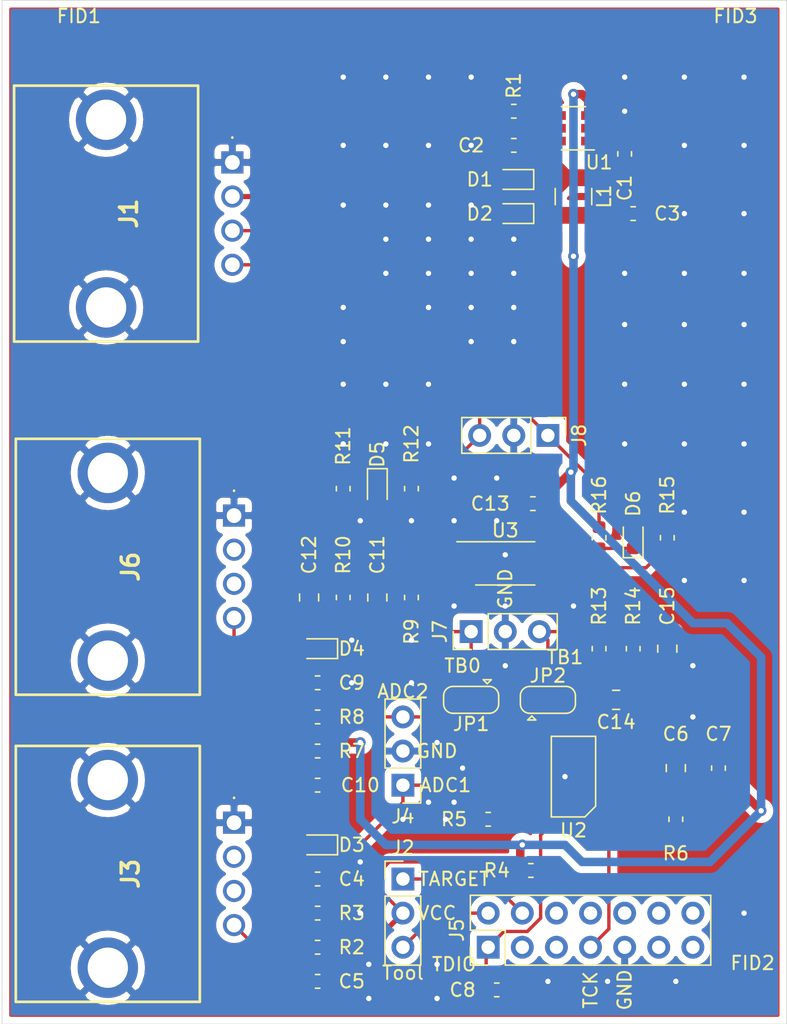
<source format=kicad_pcb>
(kicad_pcb (version 20171130) (host pcbnew "(5.1.6)-1")
  (layers (0 F.Cu signal) (31 B.Cu signal) (34 B.Paste user) (35 F.Paste user) (36 B.SilkS user) (37 F.SilkS user) (38 B.Mask user) (39 F.Mask user) (44 Edge.Cuts user))
  (net 0 "")
  (net 1 "Net-(C1-Pad2)")
  (net 2 "Net-(C1-Pad1)")
  (net 3 GND)
  (net 4 "Net-(C2-Pad1)")
  (net 5 VCC)
  (net 6 /adc1)
  (net 7 /input1)
  (net 8 "Net-(C8-Pad1)")
  (net 9 /adc2)
  (net 10 /input2)
  (net 11 "Net-(C11-Pad2)")
  (net 12 "Net-(C12-Pad2)")
  (net 13 "Net-(C14-Pad2)")
  (net 14 "Net-(C15-Pad2)")
  (net 15 "Net-(D1-Pad2)")
  (net 16 "Net-(D5-Pad1)")
  (net 17 "Net-(D6-Pad1)")
  (net 18 "Net-(J2-Pad3)")
  (net 19 "Net-(J2-Pad1)")
  (net 20 "Net-(J5-Pad14)")
  (net 21 "Net-(J5-Pad13)")
  (net 22 "Net-(J5-Pad12)")
  (net 23 "Net-(J5-Pad11)")
  (net 24 "Net-(J5-Pad10)")
  (net 25 "Net-(J5-Pad8)")
  (net 26 "Net-(J5-Pad7)")
  (net 27 "Net-(J5-Pad6)")
  (net 28 "Net-(J5-Pad5)")
  (net 29 "Net-(J5-Pad3)")
  (net 30 /tb1)
  (net 31 /tb0)
  (net 32 "Net-(J1-Pad4)")
  (net 33 "Net-(J1-Pad3)")
  (net 34 "Net-(JP1-Pad3)")
  (net 35 "Net-(JP1-Pad1)")
  (net 36 "Net-(JP2-Pad3)")
  (net 37 "Net-(JP2-Pad1)")
  (net 38 "Net-(R1-Pad2)")
  (net 39 "Net-(R5-Pad2)")
  (net 40 "Net-(R6-Pad2)")
  (net 41 "Net-(R11-Pad2)")
  (net 42 "Net-(R15-Pad2)")
  (net 43 "Net-(J3-Pad3)")
  (net 44 "Net-(J3-Pad2)")
  (net 45 "Net-(J6-Pad3)")
  (net 46 "Net-(J6-Pad2)")
  (net 47 "Net-(U2-Pad8)")
  (net 48 "Net-(U2-Pad7)")
  (net 49 "Net-(U2-Pad13)")
  (net 50 "Net-(U2-Pad1)")
  (module Inductor_SMD:L_1210_3225Metric (layer F.Cu) (at 104.775 122.555 270)
    (fp_text reference L1 (at 0 -2.28 90) (layer F.SilkS))
    (fp_text value 6.8u)
    (pad 2 smd roundrect (at 1.4 0 270) (size 1.25 2.65) (layers F.Cu F.Paste F.Mask) (roundrect_rratio 0.2) (net 5 VCC))
    (pad 1 smd roundrect (at -1.4 0 270) (size 1.25 2.65) (layers F.Cu F.Paste F.Mask) (roundrect_rratio 0.2) (net 1 "Net-(C1-Pad2)"))
  )
  (module S04B1HCMKS:S04B1HCMKS (layer F.Cu) (at 79.502 146.304 270)
    (fp_text reference J6 (at 3.81 7.712 90) (layer F.SilkS) (effects (font (size 1.27 1.27) (thickness 0.254))))
    (fp_text value S04B1-HCMKS hide)
    (pad MH2 thru_hole circle (at 10.795 9.4 270) (size 4.5 4.5) (drill 3) (layers *.Cu *.Mask) (net 3 GND))
    (pad MH1 thru_hole circle (at -3.175 9.4 270) (size 4.5 4.5) (drill 3) (layers *.Cu *.Mask) (net 3 GND))
    (pad 4 thru_hole circle (at 7.62 0 270) (size 1.65 1.65) (drill 1.1) (layers *.Cu *.Mask) (net 10 /input2))
    (pad 3 thru_hole circle (at 5.08 0 270) (size 1.65 1.65) (drill 1.1) (layers *.Cu *.Mask) (net 45 "Net-(J6-Pad3)"))
    (pad 2 thru_hole circle (at 2.54 0 270) (size 1.65 1.65) (drill 1.1) (layers *.Cu *.Mask) (net 46 "Net-(J6-Pad2)"))
    (pad 1 thru_hole rect (at 0 0 270) (size 1.65 1.65) (drill 1.1) (layers *.Cu *.Mask) (net 3 GND))
  )
  (module S04B1HCMKS:S04B1HCMKS (layer F.Cu) (at 79.502 169.164 270)
    (fp_text reference J3 (at 3.81 7.712 90) (layer F.SilkS) (effects (font (size 1.27 1.27) (thickness 0.254))))
    (fp_text value S04B1-HCMKS hide)
    (pad MH2 thru_hole circle (at 10.795 9.4 270) (size 4.5 4.5) (drill 3) (layers *.Cu *.Mask) (net 3 GND))
    (pad MH1 thru_hole circle (at -3.175 9.4 270) (size 4.5 4.5) (drill 3) (layers *.Cu *.Mask) (net 3 GND))
    (pad 4 thru_hole circle (at 7.62 0 270) (size 1.65 1.65) (drill 1.1) (layers *.Cu *.Mask) (net 7 /input1))
    (pad 3 thru_hole circle (at 5.08 0 270) (size 1.65 1.65) (drill 1.1) (layers *.Cu *.Mask) (net 43 "Net-(J3-Pad3)"))
    (pad 2 thru_hole circle (at 2.54 0 270) (size 1.65 1.65) (drill 1.1) (layers *.Cu *.Mask) (net 44 "Net-(J3-Pad2)"))
    (pad 1 thru_hole rect (at 0 0 270) (size 1.65 1.65) (drill 1.1) (layers *.Cu *.Mask) (net 3 GND))
  )
  (module S04B1HCMKS:S04B1HCMKS (layer F.Cu) (at 79.375 120.015 270)
    (fp_text reference J1 (at 3.81 7.712 90) (layer F.SilkS) (effects (font (size 1.27 1.27) (thickness 0.254))))
    (fp_text value S04B1-HCMKS hide)
    (pad MH2 thru_hole circle (at 10.795 9.4 270) (size 4.5 4.5) (drill 3) (layers *.Cu *.Mask) (net 3 GND))
    (pad MH1 thru_hole circle (at -3.175 9.4 270) (size 4.5 4.5) (drill 3) (layers *.Cu *.Mask) (net 3 GND))
    (pad 4 thru_hole circle (at 7.62 0 270) (size 1.65 1.65) (drill 1.1) (layers *.Cu *.Mask) (net 32 "Net-(J1-Pad4)"))
    (pad 3 thru_hole circle (at 5.08 0 270) (size 1.65 1.65) (drill 1.1) (layers *.Cu *.Mask) (net 33 "Net-(J1-Pad3)"))
    (pad 2 thru_hole circle (at 2.54 0 270) (size 1.65 1.65) (drill 1.1) (layers *.Cu *.Mask) (net 15 "Net-(D1-Pad2)"))
    (pad 1 thru_hole rect (at 0 0 270) (size 1.65 1.65) (drill 1.1) (layers *.Cu *.Mask) (net 3 GND))
  )
  (module Fiducial:Fiducial_1mm_Mask2mm (layer F.Cu) (at 116.84 111.125)
    (fp_text reference FID3 (at 0 -2) (layer F.SilkS))
    (fp_text value Fiducial)
    (pad "" smd circle (at 0 0) (size 1 1) (layers F.Cu F.Mask) (clearance 0.5))
  )
  (module Fiducial:Fiducial_1mm_Mask2mm (layer F.Cu) (at 118.11 181.61)
    (fp_text reference FID2 (at 0 -2) (layer F.SilkS))
    (fp_text value Fiducial)
    (pad "" smd circle (at 0 0) (size 1 1) (layers F.Cu F.Mask) (clearance 0.5))
  )
  (module Fiducial:Fiducial_1mm_Mask2mm (layer F.Cu) (at 67.945 111.125)
    (fp_text reference FID1 (at 0 -2) (layer F.SilkS))
    (fp_text value Fiducial)
    (pad "" smd circle (at 0 0) (size 1 1) (layers F.Cu F.Mask) (clearance 0.5))
  )
  (module Resistor_SMD:R_0603_1608Metric (layer F.Cu) (at 106.68 147.955 270)
    (fp_text reference R16 (at -3.175 0 90) (layer F.SilkS))
    (fp_text value 100)
    (pad 2 smd roundrect (at 0.7875 0 270) (size 0.875 0.95) (layers F.Cu F.Paste F.Mask) (net 17 "Net-(D6-Pad1)"))
    (pad 1 smd roundrect (at -0.7875 0 270) (size 0.875 0.95) (layers F.Cu F.Paste F.Mask) (net 33 "Net-(J1-Pad3)"))
  )
  (module Package_SO:TSSOP-8_4.4x3mm_P0.65mm (layer F.Cu) (at 99.695 149.86)
    (fp_text reference U3 (at 0 -2.45) (layer F.SilkS))
    (fp_text value LMV358)
    (pad 8 smd roundrect (at 2.8625 -0.975) (size 1.475 0.4) (layers F.Cu F.Paste F.Mask) (net 5 VCC))
    (pad 7 smd roundrect (at 2.8625 -0.325) (size 1.475 0.4) (layers F.Cu F.Paste F.Mask) (net 42 "Net-(R15-Pad2)"))
    (pad 6 smd roundrect (at 2.8625 0.325) (size 1.475 0.4) (layers F.Cu F.Paste F.Mask) (net 42 "Net-(R15-Pad2)"))
    (pad 5 smd roundrect (at 2.8625 0.975) (size 1.475 0.4) (layers F.Cu F.Paste F.Mask) (net 14 "Net-(C15-Pad2)"))
    (pad 4 smd roundrect (at -2.8625 0.975) (size 1.475 0.4) (layers F.Cu F.Paste F.Mask) (net 3 GND))
    (pad 3 smd roundrect (at -2.8625 0.325) (size 1.475 0.4) (layers F.Cu F.Paste F.Mask) (net 12 "Net-(C12-Pad2)"))
    (pad 2 smd roundrect (at -2.8625 -0.325) (size 1.475 0.4) (layers F.Cu F.Paste F.Mask) (net 41 "Net-(R11-Pad2)"))
    (pad 1 smd roundrect (at -2.8625 -0.975) (size 1.475 0.4) (layers F.Cu F.Paste F.Mask) (net 41 "Net-(R11-Pad2)"))
  )
  (module S04B1HCMKS:SOIC-16 (layer F.Cu) (at 104.775 165.735 90)
    (fp_text reference U2 (at -4 0) (layer F.SilkS))
    (fp_text value msp430fr2111IPW16R)
    (pad 8 smd rect (at 2.275 2.9 90) (size 0.45 1.5) (layers F.Cu F.Paste F.Mask) (net 47 "Net-(U2-Pad8)"))
    (pad 9 smd rect (at 2.275 -2.9 90) (size 0.45 1.5) (layers F.Cu F.Paste F.Mask) (net 37 "Net-(JP2-Pad1)"))
    (pad 7 smd rect (at 1.625 2.9 90) (size 0.45 1.5) (layers F.Cu F.Paste F.Mask) (net 48 "Net-(U2-Pad7)"))
    (pad 10 smd rect (at 1.625 -2.9 90) (size 0.45 1.5) (layers F.Cu F.Paste F.Mask) (net 35 "Net-(JP1-Pad1)"))
    (pad 6 smd rect (at 0.975 2.9 90) (size 0.45 1.5) (layers F.Cu F.Paste F.Mask) (net 3 GND))
    (pad 11 smd rect (at 0.975 -2.9 90) (size 0.45 1.5) (layers F.Cu F.Paste F.Mask) (net 36 "Net-(JP2-Pad3)"))
    (pad 5 smd rect (at 0.325 2.9 90) (size 0.45 1.5) (layers F.Cu F.Paste F.Mask) (net 5 VCC))
    (pad 12 smd rect (at 0.325 -2.9 90) (size 0.45 1.5) (layers F.Cu F.Paste F.Mask) (net 34 "Net-(JP1-Pad3)"))
    (pad 4 smd rect (at -0.325 2.9 90) (size 0.45 1.5) (layers F.Cu F.Paste F.Mask) (net 8 "Net-(C8-Pad1)"))
    (pad 13 smd rect (at -0.325 -2.9 90) (size 0.45 1.5) (layers F.Cu F.Paste F.Mask) (net 49 "Net-(U2-Pad13)"))
    (pad 3 smd rect (at -0.975 2.9 90) (size 0.45 1.5) (layers F.Cu F.Paste F.Mask) (net 26 "Net-(J5-Pad7)"))
    (pad 14 smd rect (at -0.975 -2.9 90) (size 0.45 1.5) (layers F.Cu F.Paste F.Mask) (net 9 /adc2))
    (pad 2 smd rect (at -1.625 2.9 90) (size 0.45 1.5) (layers F.Cu F.Paste F.Mask) (net 40 "Net-(R6-Pad2)"))
    (pad 15 smd rect (at -1.625 -2.9 90) (size 0.45 1.5) (layers F.Cu F.Paste F.Mask) (net 6 /adc1))
    (pad 1 smd rect (at -2.275 2.9 90) (size 0.45 1.5) (layers F.Cu F.Paste F.Mask) (net 50 "Net-(U2-Pad1)"))
    (pad 16 smd rect (at -2.275 -2.9 90) (size 0.45 1.5) (layers F.Cu F.Paste F.Mask) (net 39 "Net-(R5-Pad2)"))
  )
  (module Package_TO_SOT_SMD:SOT-23-6 (layer F.Cu) (at 104.775 117.475 180)
    (fp_text reference U1 (at -1.905 -2.54) (layer F.SilkS))
    (fp_text value LMR16006YQ3)
    (pad 5 smd rect (at 1.1 0 180) (size 1.06 0.65) (layers F.Cu F.Paste F.Mask) (net 4 "Net-(C2-Pad1)"))
    (pad 6 smd rect (at 1.1 -0.95 180) (size 1.06 0.65) (layers F.Cu F.Paste F.Mask) (net 1 "Net-(C1-Pad2)"))
    (pad 4 smd rect (at 1.1 0.95 180) (size 1.06 0.65) (layers F.Cu F.Paste F.Mask) (net 38 "Net-(R1-Pad2)"))
    (pad 3 smd rect (at -1.1 0.95 180) (size 1.06 0.65) (layers F.Cu F.Paste F.Mask) (net 5 VCC))
    (pad 2 smd rect (at -1.1 0 180) (size 1.06 0.65) (layers F.Cu F.Paste F.Mask) (net 3 GND))
    (pad 1 smd rect (at -1.1 -0.95 180) (size 1.06 0.65) (layers F.Cu F.Paste F.Mask) (net 2 "Net-(C1-Pad1)"))
  )
  (module Resistor_SMD:R_0603_1608Metric (layer F.Cu) (at 111.76 147.955 270)
    (fp_text reference R15 (at -3.175 0 90) (layer F.SilkS))
    (fp_text value 100)
    (pad 2 smd roundrect (at 0.7875 0 270) (size 0.875 0.95) (layers F.Cu F.Paste F.Mask) (net 42 "Net-(R15-Pad2)"))
    (pad 1 smd roundrect (at -0.7875 0 270) (size 0.875 0.95) (layers F.Cu F.Paste F.Mask) (net 17 "Net-(D6-Pad1)"))
  )
  (module Resistor_SMD:R_0603_1608Metric (layer F.Cu) (at 109.22 156.21 270)
    (fp_text reference R14 (at -3.175 0 90) (layer F.SilkS))
    (fp_text value 500)
    (pad 2 smd roundrect (at 0.7875 0 270) (size 0.875 0.95) (layers F.Cu F.Paste F.Mask) (net 13 "Net-(C14-Pad2)"))
    (pad 1 smd roundrect (at -0.7875 0 270) (size 0.875 0.95) (layers F.Cu F.Paste F.Mask) (net 14 "Net-(C15-Pad2)"))
  )
  (module Resistor_SMD:R_0603_1608Metric (layer F.Cu) (at 106.68 156.21 90)
    (fp_text reference R13 (at 3.175 0 270) (layer F.SilkS))
    (fp_text value 500)
    (pad 2 smd roundrect (at 0.7875 0 90) (size 0.875 0.95) (layers F.Cu F.Paste F.Mask) (net 30 /tb1))
    (pad 1 smd roundrect (at -0.7875 0 90) (size 0.875 0.95) (layers F.Cu F.Paste F.Mask) (net 13 "Net-(C14-Pad2)"))
  )
  (module Resistor_SMD:R_0603_1608Metric (layer F.Cu) (at 92.71 144.2975 270)
    (fp_text reference R12 (at -3.3275 0 90) (layer F.SilkS))
    (fp_text value 100)
    (pad 2 smd roundrect (at 0.7875 0 270) (size 0.875 0.95) (layers F.Cu F.Paste F.Mask) (net 16 "Net-(D5-Pad1)"))
    (pad 1 smd roundrect (at -0.7875 0 270) (size 0.875 0.95) (layers F.Cu F.Paste F.Mask) (net 32 "Net-(J1-Pad4)"))
  )
  (module Resistor_SMD:R_0603_1608Metric (layer F.Cu) (at 87.63 144.2975 270)
    (fp_text reference R11 (at -3.175 0 90) (layer F.SilkS))
    (fp_text value 100)
    (pad 2 smd roundrect (at 0.7875 0 270) (size 0.875 0.95) (layers F.Cu F.Paste F.Mask) (net 41 "Net-(R11-Pad2)"))
    (pad 1 smd roundrect (at -0.7875 0 270) (size 0.875 0.95) (layers F.Cu F.Paste F.Mask) (net 16 "Net-(D5-Pad1)"))
  )
  (module Resistor_SMD:R_0603_1608Metric (layer F.Cu) (at 87.63 152.4 270)
    (fp_text reference R10 (at -3.175 0 270) (layer F.SilkS))
    (fp_text value 500)
    (pad 2 smd roundrect (at 0.7875 0 270) (size 0.875 0.95) (layers F.Cu F.Paste F.Mask) (net 11 "Net-(C11-Pad2)"))
    (pad 1 smd roundrect (at -0.7875 0 270) (size 0.875 0.95) (layers F.Cu F.Paste F.Mask) (net 12 "Net-(C12-Pad2)"))
  )
  (module Resistor_SMD:R_0603_1608Metric (layer F.Cu) (at 92.71 152.4 270)
    (fp_text reference R9 (at 2.54 0 270) (layer F.SilkS))
    (fp_text value 500)
    (pad 2 smd roundrect (at 0.7875 0 270) (size 0.875 0.95) (layers F.Cu F.Paste F.Mask) (net 31 /tb0))
    (pad 1 smd roundrect (at -0.7875 0 270) (size 0.875 0.95) (layers F.Cu F.Paste F.Mask) (net 11 "Net-(C11-Pad2)"))
  )
  (module Resistor_SMD:R_0603_1608Metric (layer F.Cu) (at 85.725 161.29)
    (fp_text reference R8 (at 2.54 0) (layer F.SilkS))
    (fp_text value 2.2K)
    (pad 2 smd roundrect (at 0.7875 0) (size 0.875 0.95) (layers F.Cu F.Paste F.Mask) (net 9 /adc2))
    (pad 1 smd roundrect (at -0.7875 0) (size 0.875 0.95) (layers F.Cu F.Paste F.Mask) (net 10 /input2))
  )
  (module Resistor_SMD:R_0603_1608Metric (layer F.Cu) (at 85.725 163.83)
    (fp_text reference R7 (at 2.54 0) (layer F.SilkS))
    (fp_text value 2.49K)
    (pad 2 smd roundrect (at 0.7875 0) (size 0.875 0.95) (layers F.Cu F.Paste F.Mask) (net 5 VCC))
    (pad 1 smd roundrect (at -0.7875 0) (size 0.875 0.95) (layers F.Cu F.Paste F.Mask) (net 10 /input2))
  )
  (module Resistor_SMD:R_0603_1608Metric (layer F.Cu) (at 112.395 168.91 270)
    (fp_text reference R6 (at 2.54 0 180) (layer F.SilkS))
    (fp_text value 0)
    (pad 2 smd roundrect (at 0.7875 0 270) (size 0.875 0.95) (layers F.Cu F.Paste F.Mask) (net 40 "Net-(R6-Pad2)"))
    (pad 1 smd roundrect (at -0.7875 0 270) (size 0.875 0.95) (layers F.Cu F.Paste F.Mask) (net 5 VCC))
  )
  (module Resistor_SMD:R_0603_1608Metric (layer F.Cu) (at 98.425 168.91)
    (fp_text reference R5 (at -2.54 0) (layer F.SilkS))
    (fp_text value 0)
    (pad 2 smd roundrect (at 0.7875 0) (size 0.875 0.95) (layers F.Cu F.Paste F.Mask) (net 39 "Net-(R5-Pad2)"))
    (pad 1 smd roundrect (at -0.7875 0) (size 0.875 0.95) (layers F.Cu F.Paste F.Mask) (net 3 GND))
  )
  (module Resistor_SMD:R_0603_1608Metric (layer F.Cu) (at 101.6 172.72)
    (fp_text reference R4 (at -2.54 0) (layer F.SilkS))
    (fp_text value 47k)
    (pad 2 smd roundrect (at 0.7875 0) (size 0.875 0.95) (layers F.Cu F.Paste F.Mask) (net 8 "Net-(C8-Pad1)"))
    (pad 1 smd roundrect (at -0.7875 0) (size 0.875 0.95) (layers F.Cu F.Paste F.Mask) (net 5 VCC))
  )
  (module Resistor_SMD:R_0603_1608Metric (layer F.Cu) (at 85.725 175.895)
    (fp_text reference R3 (at 2.54 0) (layer F.SilkS))
    (fp_text value 2.2K)
    (pad 2 smd roundrect (at 0.7875 0) (size 0.875 0.95) (layers F.Cu F.Paste F.Mask) (net 6 /adc1))
    (pad 1 smd roundrect (at -0.7875 0) (size 0.875 0.95) (layers F.Cu F.Paste F.Mask) (net 7 /input1))
  )
  (module Resistor_SMD:R_0603_1608Metric (layer F.Cu) (at 85.725 178.435)
    (fp_text reference R2 (at 2.54 0) (layer F.SilkS))
    (fp_text value 2.49K)
    (pad 2 smd roundrect (at 0.7875 0) (size 0.875 0.95) (layers F.Cu F.Paste F.Mask) (net 5 VCC))
    (pad 1 smd roundrect (at -0.7875 0) (size 0.875 0.95) (layers F.Cu F.Paste F.Mask) (net 7 /input1))
  )
  (module Resistor_SMD:R_0603_1608Metric (layer F.Cu) (at 100.33 116.205)
    (fp_text reference R1 (at 0 -1.905 270) (layer F.SilkS))
    (fp_text value 100K)
    (pad 2 smd roundrect (at 0.7875 0) (size 0.875 0.95) (layers F.Cu F.Paste F.Mask) (net 38 "Net-(R1-Pad2)"))
    (pad 1 smd roundrect (at -0.7875 0) (size 0.875 0.95) (layers F.Cu F.Paste F.Mask) (net 4 "Net-(C2-Pad1)"))
  )
  (module Jumper:SolderJumper-3_P1.3mm_Open_RoundedPad1.0x1.5mm (layer F.Cu) (at 102.87 160.02)
    (fp_text reference JP2 (at 0 -1.8) (layer F.SilkS))
    (fp_text value SolderJumper_3_Open)
    (pad 2 smd rect (at 0 0) (size 1 1.5) (layers F.Cu F.Mask) (net 30 /tb1))
    (pad 3 smd custom (at 1.3 0) (size 1 0.5) (layers F.Cu F.Mask) (net 36 "Net-(JP2-Pad3)") (options (clearance outline) (anchor rect)) (primitives (gr_circle (center 0 0.25) (end 0.5 0.25) (width 0)) (gr_circle (center 0 -0.25) (end 0.5 -0.25) (width 0)) (gr_poly (pts (xy -0.55 -0.75) (xy 0 -0.75) (xy 0 0.75) (xy -0.55 0.75)) (width 0))))
    (pad 1 smd custom (at -1.3 0) (size 1 0.5) (layers F.Cu F.Mask) (net 37 "Net-(JP2-Pad1)") (options (clearance outline) (anchor rect)) (primitives (gr_circle (center 0 0.25) (end 0.5 0.25) (width 0)) (gr_circle (center 0 -0.25) (end 0.5 -0.25) (width 0)) (gr_poly (pts (xy 0.55 -0.75) (xy 0 -0.75) (xy 0 0.75) (xy 0.55 0.75)) (width 0))))
  )
  (module Jumper:SolderJumper-3_P1.3mm_Open_RoundedPad1.0x1.5mm (layer F.Cu) (at 97.155 160.02 180)
    (fp_text reference JP1 (at 0 -1.8) (layer F.SilkS))
    (fp_text value SolderJumper_3_Open)
    (pad 2 smd rect (at 0 0 180) (size 1 1.5) (layers F.Cu F.Mask) (net 31 /tb0))
    (pad 3 smd custom (at 1.3 0 180) (size 1 0.5) (layers F.Cu F.Mask) (net 34 "Net-(JP1-Pad3)") (options (clearance outline) (anchor rect)) (primitives (gr_circle (center 0 0.25) (end 0.5 0.25) (width 0)) (gr_circle (center 0 -0.25) (end 0.5 -0.25) (width 0)) (gr_poly (pts (xy -0.55 -0.75) (xy 0 -0.75) (xy 0 0.75) (xy -0.55 0.75)) (width 0))))
    (pad 1 smd custom (at -1.3 0 180) (size 1 0.5) (layers F.Cu F.Mask) (net 35 "Net-(JP1-Pad1)") (options (clearance outline) (anchor rect)) (primitives (gr_circle (center 0 0.25) (end 0.5 0.25) (width 0)) (gr_circle (center 0 -0.25) (end 0.5 -0.25) (width 0)) (gr_poly (pts (xy 0.55 -0.75) (xy 0 -0.75) (xy 0 0.75) (xy 0.55 0.75)) (width 0))))
  )
  (module Connector_PinHeader_2.54mm:PinHeader_1x03_P2.54mm_Vertical (layer F.Cu) (at 102.87 140.335 270)
    (fp_text reference J8 (at 0 -2.33 90) (layer F.SilkS))
    (fp_text value Conn_01x03)
    (pad 3 thru_hole oval (at 0 5.08 270) (size 1.7 1.7) (drill 1) (layers *.Cu *.Mask) (net 32 "Net-(J1-Pad4)"))
    (pad 2 thru_hole oval (at 0 2.54 270) (size 1.7 1.7) (drill 1) (layers *.Cu *.Mask) (net 3 GND))
    (pad 1 thru_hole rect (at 0 0 270) (size 1.7 1.7) (drill 1) (layers *.Cu *.Mask) (net 33 "Net-(J1-Pad3)"))
  )
  (module Connector_PinHeader_2.54mm:PinHeader_1x03_P2.54mm_Vertical (layer F.Cu) (at 97.155 154.94 90)
    (fp_text reference J7 (at 0 -2.33 90) (layer F.SilkS))
    (fp_text value Conn_01x03)
    (pad 3 thru_hole oval (at 0 5.08 90) (size 1.7 1.7) (drill 1) (layers *.Cu *.Mask) (net 30 /tb1))
    (pad 2 thru_hole oval (at 0 2.54 90) (size 1.7 1.7) (drill 1) (layers *.Cu *.Mask) (net 3 GND))
    (pad 1 thru_hole rect (at 0 0 90) (size 1.7 1.7) (drill 1) (layers *.Cu *.Mask) (net 31 /tb0))
  )
  (module Connector_PinHeader_2.54mm:PinHeader_2x07_P2.54mm_Vertical (layer F.Cu) (at 98.425 178.435 90)
    (fp_text reference J5 (at 1.27 -2.33 90) (layer F.SilkS))
    (fp_text value Conn_02x07_Odd_Even)
    (pad 14 thru_hole oval (at 2.54 15.24 90) (size 1.7 1.7) (drill 1) (layers *.Cu *.Mask) (net 20 "Net-(J5-Pad14)"))
    (pad 13 thru_hole oval (at 0 15.24 90) (size 1.7 1.7) (drill 1) (layers *.Cu *.Mask) (net 21 "Net-(J5-Pad13)"))
    (pad 12 thru_hole oval (at 2.54 12.7 90) (size 1.7 1.7) (drill 1) (layers *.Cu *.Mask) (net 22 "Net-(J5-Pad12)"))
    (pad 11 thru_hole oval (at 0 12.7 90) (size 1.7 1.7) (drill 1) (layers *.Cu *.Mask) (net 23 "Net-(J5-Pad11)"))
    (pad 10 thru_hole oval (at 2.54 10.16 90) (size 1.7 1.7) (drill 1) (layers *.Cu *.Mask) (net 24 "Net-(J5-Pad10)"))
    (pad 9 thru_hole oval (at 0 10.16 90) (size 1.7 1.7) (drill 1) (layers *.Cu *.Mask) (net 3 GND))
    (pad 8 thru_hole oval (at 2.54 7.62 90) (size 1.7 1.7) (drill 1) (layers *.Cu *.Mask) (net 25 "Net-(J5-Pad8)"))
    (pad 7 thru_hole oval (at 0 7.62 90) (size 1.7 1.7) (drill 1) (layers *.Cu *.Mask) (net 26 "Net-(J5-Pad7)"))
    (pad 6 thru_hole oval (at 2.54 5.08 90) (size 1.7 1.7) (drill 1) (layers *.Cu *.Mask) (net 27 "Net-(J5-Pad6)"))
    (pad 5 thru_hole oval (at 0 5.08 90) (size 1.7 1.7) (drill 1) (layers *.Cu *.Mask) (net 28 "Net-(J5-Pad5)"))
    (pad 4 thru_hole oval (at 2.54 2.54 90) (size 1.7 1.7) (drill 1) (layers *.Cu *.Mask) (net 19 "Net-(J2-Pad1)"))
    (pad 3 thru_hole oval (at 0 2.54 90) (size 1.7 1.7) (drill 1) (layers *.Cu *.Mask) (net 29 "Net-(J5-Pad3)"))
    (pad 2 thru_hole oval (at 2.54 0 90) (size 1.7 1.7) (drill 1) (layers *.Cu *.Mask) (net 18 "Net-(J2-Pad3)"))
    (pad 1 thru_hole rect (at 0 0 90) (size 1.7 1.7) (drill 1) (layers *.Cu *.Mask) (net 8 "Net-(C8-Pad1)"))
  )
  (module Connector_PinHeader_2.54mm:PinHeader_1x03_P2.54mm_Vertical (layer F.Cu) (at 92.075 166.37 180)
    (fp_text reference J4 (at 0 -2.33) (layer F.SilkS))
    (fp_text value Conn_01x03)
    (pad 3 thru_hole oval (at 0 5.08 180) (size 1.7 1.7) (drill 1) (layers *.Cu *.Mask) (net 9 /adc2))
    (pad 2 thru_hole oval (at 0 2.54 180) (size 1.7 1.7) (drill 1) (layers *.Cu *.Mask) (net 3 GND))
    (pad 1 thru_hole rect (at 0 0 180) (size 1.7 1.7) (drill 1) (layers *.Cu *.Mask) (net 6 /adc1))
  )
  (module Connector_PinHeader_2.54mm:PinHeader_1x03_P2.54mm_Vertical (layer F.Cu) (at 92.075 173.355)
    (fp_text reference J2 (at 0 -2.33) (layer F.SilkS))
    (fp_text value Conn_01x03)
    (pad 3 thru_hole oval (at 0 5.08) (size 1.7 1.7) (drill 1) (layers *.Cu *.Mask) (net 18 "Net-(J2-Pad3)"))
    (pad 2 thru_hole oval (at 0 2.54) (size 1.7 1.7) (drill 1) (layers *.Cu *.Mask) (net 5 VCC))
    (pad 1 thru_hole rect (at 0 0) (size 1.7 1.7) (drill 1) (layers *.Cu *.Mask) (net 19 "Net-(J2-Pad1)"))
  )
  (module Diode_SMD:D_0603_1608Metric (layer F.Cu) (at 109.22 147.955 90)
    (fp_text reference D6 (at 2.54 0 90) (layer F.SilkS))
    (fp_text value 3.9V)
    (pad 2 smd roundrect (at 0.7875 0 90) (size 0.875 0.95) (layers F.Cu F.Paste F.Mask) (net 3 GND))
    (pad 1 smd roundrect (at -0.7875 0 90) (size 0.875 0.95) (layers F.Cu F.Paste F.Mask) (net 17 "Net-(D6-Pad1)"))
  )
  (module Diode_SMD:D_0603_1608Metric (layer F.Cu) (at 90.17 144.2975 270)
    (fp_text reference D5 (at -2.54 0 90) (layer F.SilkS))
    (fp_text value 3.9V)
    (pad 2 smd roundrect (at 0.7875 0 270) (size 0.875 0.95) (layers F.Cu F.Paste F.Mask) (net 3 GND))
    (pad 1 smd roundrect (at -0.7875 0 270) (size 0.875 0.95) (layers F.Cu F.Paste F.Mask) (net 16 "Net-(D5-Pad1)"))
  )
  (module Diode_SMD:D_0603_1608Metric (layer F.Cu) (at 85.725 156.21 180)
    (fp_text reference D4 (at -2.54 0) (layer F.SilkS))
    (fp_text value 3.9V)
    (pad 2 smd roundrect (at 0.7875 0 180) (size 0.875 0.95) (layers F.Cu F.Paste F.Mask) (net 3 GND))
    (pad 1 smd roundrect (at -0.7875 0 180) (size 0.875 0.95) (layers F.Cu F.Paste F.Mask) (net 9 /adc2))
  )
  (module Diode_SMD:D_0603_1608Metric (layer F.Cu) (at 85.725 170.815 180)
    (fp_text reference D3 (at -2.54 0) (layer F.SilkS))
    (fp_text value 3.9V)
    (pad 2 smd roundrect (at 0.7875 0 180) (size 0.875 0.95) (layers F.Cu F.Paste F.Mask) (net 3 GND))
    (pad 1 smd roundrect (at -0.7875 0 180) (size 0.875 0.95) (layers F.Cu F.Paste F.Mask) (net 6 /adc1))
  )
  (module Diode_SMD:D_0603_1608Metric (layer F.Cu) (at 100.33 123.825 180)
    (fp_text reference D2 (at 2.54 0) (layer F.SilkS))
    (fp_text value 20V)
    (pad 2 smd roundrect (at 0.7875 0 180) (size 0.875 0.95) (layers F.Cu F.Paste F.Mask) (net 3 GND))
    (pad 1 smd roundrect (at -0.7875 0 180) (size 0.875 0.95) (layers F.Cu F.Paste F.Mask) (net 1 "Net-(C1-Pad2)"))
  )
  (module Diode_SMD:D_0603_1608Metric (layer F.Cu) (at 100.33 121.285 180)
    (fp_text reference D1 (at 2.54 0) (layer F.SilkS))
    (fp_text value 20V)
    (pad 2 smd roundrect (at 0.7875 0 180) (size 0.875 0.95) (layers F.Cu F.Paste F.Mask) (net 15 "Net-(D1-Pad2)"))
    (pad 1 smd roundrect (at -0.7875 0 180) (size 0.875 0.95) (layers F.Cu F.Paste F.Mask) (net 4 "Net-(C2-Pad1)"))
  )
  (module Capacitor_SMD:C_0805_2012Metric (layer F.Cu) (at 111.76 156.21 90)
    (fp_text reference C15 (at 3.175 0 270) (layer F.SilkS))
    (fp_text value 10u)
    (pad 2 smd roundrect (at 0.9375 0 90) (size 0.975 1.4) (layers F.Cu F.Paste F.Mask) (net 14 "Net-(C15-Pad2)"))
    (pad 1 smd roundrect (at -0.9375 0 90) (size 0.975 1.4) (layers F.Cu F.Paste F.Mask) (net 3 GND))
  )
  (module Capacitor_SMD:C_0805_2012Metric (layer F.Cu) (at 107.95 160.02 180)
    (fp_text reference C14 (at 0 -1.65) (layer F.SilkS))
    (fp_text value 10u)
    (pad 2 smd roundrect (at 0.9375 0 180) (size 0.975 1.4) (layers F.Cu F.Paste F.Mask) (net 13 "Net-(C14-Pad2)"))
    (pad 1 smd roundrect (at -0.9375 0 180) (size 0.975 1.4) (layers F.Cu F.Paste F.Mask) (net 3 GND))
  )
  (module Capacitor_SMD:C_0603_1608Metric (layer F.Cu) (at 101.7525 145.415 180)
    (fp_text reference C13 (at 3.175 0) (layer F.SilkS))
    (fp_text value 100n)
    (pad 2 smd roundrect (at 0.7875 0 180) (size 0.875 0.95) (layers F.Cu F.Paste F.Mask) (net 3 GND))
    (pad 1 smd roundrect (at -0.7875 0 180) (size 0.875 0.95) (layers F.Cu F.Paste F.Mask) (net 5 VCC))
  )
  (module Capacitor_SMD:C_0805_2012Metric (layer F.Cu) (at 85.09 152.4 90)
    (fp_text reference C12 (at 3.175 0 270) (layer F.SilkS))
    (fp_text value 10u)
    (pad 2 smd roundrect (at 0.9375 0 90) (size 0.975 1.4) (layers F.Cu F.Paste F.Mask) (net 12 "Net-(C12-Pad2)"))
    (pad 1 smd roundrect (at -0.9375 0 90) (size 0.975 1.4) (layers F.Cu F.Paste F.Mask) (net 3 GND))
  )
  (module Capacitor_SMD:C_0805_2012Metric (layer F.Cu) (at 90.17 152.4 90)
    (fp_text reference C11 (at 3.175 0 270) (layer F.SilkS))
    (fp_text value 10u)
    (pad 2 smd roundrect (at 0.9375 0 90) (size 0.975 1.4) (layers F.Cu F.Paste F.Mask) (net 11 "Net-(C11-Pad2)"))
    (pad 1 smd roundrect (at -0.9375 0 90) (size 0.975 1.4) (layers F.Cu F.Paste F.Mask) (net 3 GND))
  )
  (module Capacitor_SMD:C_0603_1608Metric (layer F.Cu) (at 85.725 166.37)
    (fp_text reference C10 (at 3.175 0) (layer F.SilkS))
    (fp_text value 10p)
    (pad 2 smd roundrect (at 0.7875 0) (size 0.875 0.95) (layers F.Cu F.Paste F.Mask) (net 3 GND))
    (pad 1 smd roundrect (at -0.7875 0) (size 0.875 0.95) (layers F.Cu F.Paste F.Mask) (net 10 /input2))
  )
  (module Capacitor_SMD:C_0603_1608Metric (layer F.Cu) (at 85.725 158.75 180)
    (fp_text reference C9 (at -2.54 0) (layer F.SilkS))
    (fp_text value 1n)
    (pad 2 smd roundrect (at 0.7875 0 180) (size 0.875 0.95) (layers F.Cu F.Paste F.Mask) (net 3 GND))
    (pad 1 smd roundrect (at -0.7875 0 180) (size 0.875 0.95) (layers F.Cu F.Paste F.Mask) (net 9 /adc2))
  )
  (module Capacitor_SMD:C_0603_1608Metric (layer F.Cu) (at 99.06 181.61)
    (fp_text reference C8 (at -2.54 0) (layer F.SilkS))
    (fp_text value 1n)
    (pad 2 smd roundrect (at 0.7875 0) (size 0.875 0.95) (layers F.Cu F.Paste F.Mask) (net 3 GND))
    (pad 1 smd roundrect (at -0.7875 0) (size 0.875 0.95) (layers F.Cu F.Paste F.Mask) (net 8 "Net-(C8-Pad1)"))
  )
  (module Capacitor_SMD:C_0603_1608Metric (layer F.Cu) (at 115.57 165.1 90)
    (fp_text reference C7 (at 2.54 0 180) (layer F.SilkS))
    (fp_text value 10u)
    (pad 2 smd roundrect (at 0.7875 0 90) (size 0.875 0.95) (layers F.Cu F.Paste F.Mask) (net 3 GND))
    (pad 1 smd roundrect (at -0.7875 0 90) (size 0.875 0.95) (layers F.Cu F.Paste F.Mask) (net 5 VCC))
  )
  (module Capacitor_SMD:C_0805_2012Metric (layer F.Cu) (at 112.395 165.1 90)
    (fp_text reference C6 (at 2.54 0 180) (layer F.SilkS))
    (fp_text value 100n)
    (pad 2 smd roundrect (at 0.9375 0 90) (size 0.975 1.4) (layers F.Cu F.Paste F.Mask) (net 3 GND))
    (pad 1 smd roundrect (at -0.9375 0 90) (size 0.975 1.4) (layers F.Cu F.Paste F.Mask) (net 5 VCC))
  )
  (module Capacitor_SMD:C_0603_1608Metric (layer F.Cu) (at 85.725 180.975)
    (fp_text reference C5 (at 2.54 0) (layer F.SilkS))
    (fp_text value 10p)
    (pad 2 smd roundrect (at 0.7875 0) (size 0.875 0.95) (layers F.Cu F.Paste F.Mask) (net 3 GND))
    (pad 1 smd roundrect (at -0.7875 0) (size 0.875 0.95) (layers F.Cu F.Paste F.Mask) (net 7 /input1))
  )
  (module Capacitor_SMD:C_0603_1608Metric (layer F.Cu) (at 85.725 173.355 180)
    (fp_text reference C4 (at -2.54 0) (layer F.SilkS))
    (fp_text value 1n)
    (pad 2 smd roundrect (at 0.7875 0 180) (size 0.875 0.95) (layers F.Cu F.Paste F.Mask) (net 3 GND))
    (pad 1 smd roundrect (at -0.7875 0 180) (size 0.875 0.95) (layers F.Cu F.Paste F.Mask) (net 6 /adc1))
  )
  (module Capacitor_SMD:C_0603_1608Metric (layer F.Cu) (at 109.22 123.825)
    (fp_text reference C3 (at 2.54 0) (layer F.SilkS))
    (fp_text value 10U)
    (pad 2 smd roundrect (at 0.7875 0) (size 0.875 0.95) (layers F.Cu F.Paste F.Mask) (net 3 GND))
    (pad 1 smd roundrect (at -0.7875 0) (size 0.875 0.95) (layers F.Cu F.Paste F.Mask) (net 5 VCC))
  )
  (module Resistor_SMD:R_0603_1608Metric (layer F.Cu) (at 100.33 118.745 180)
    (fp_text reference C2 (at 3.175 0) (layer F.SilkS))
    (fp_text value 2.2u)
    (pad 2 smd roundrect (at 0.7875 0 180) (size 0.875 0.95) (layers F.Cu F.Paste F.Mask) (net 3 GND))
    (pad 1 smd roundrect (at -0.7875 0 180) (size 0.875 0.95) (layers F.Cu F.Paste F.Mask) (net 4 "Net-(C2-Pad1)"))
  )
  (module Capacitor_SMD:C_0603_1608Metric (layer F.Cu) (at 108.585 119.38 270)
    (fp_text reference C1 (at 2.54 0 90) (layer F.SilkS))
    (fp_text value 100n)
    (pad 2 smd roundrect (at 0.7875 0 270) (size 0.875 0.95) (layers F.Cu F.Paste F.Mask) (net 1 "Net-(C1-Pad2)"))
    (pad 1 smd roundrect (at -0.7875 0 270) (size 0.875 0.95) (layers F.Cu F.Paste F.Mask) (net 2 "Net-(C1-Pad1)"))
  )
  (gr_text GND (at 108.585 181.61 90) (layer F.SilkS) (effects (font (size 1 1))))
  (gr_text TDIO (at 95.885 179.705) (layer F.SilkS) (effects (font (size 1 1))))
  (gr_text TCK (at 106.045 181.61 90) (layer F.SilkS) (effects (font (size 1 1))))
  (gr_text TB1 (at 104.14 156.845) (layer F.SilkS) (effects (font (size 1 1))))
  (gr_text TB0 (at 96.52 157.48) (layer F.SilkS) (effects (font (size 1 1))))
  (gr_text GND (at 99.695 151.765 90) (layer F.SilkS) (effects (font (size 1 1))))
  (gr_text GND (at 94.615 163.83) (layer F.SilkS) (effects (font (size 1 1))))
  (gr_text ADC2 (at 92.075 159.385) (layer F.SilkS) (effects (font (size 1 1))))
  (gr_text ADC1 (at 95.25 166.37) (layer F.SilkS) (effects (font (size 1 1))))
  (gr_text VCC (at 94.615 175.895) (layer F.SilkS) (effects (font (size 1 1))))
  (gr_text TARGET (at 95.885 173.355) (layer F.SilkS) (effects (font (size 1 1))))
  (gr_text Tool (at 92.075 180.34) (layer F.SilkS) (effects (font (size 1 1))))
  (gr_line (start 62.23 107.95) (end 62.23 184.15) (layer Edge.Cuts) (width 0.05))
  (gr_line (start 120.65 107.95) (end 62.23 107.95) (layer Edge.Cuts) (width 0.05))
  (gr_line (start 120.65 184.15) (end 120.65 107.95) (layer Edge.Cuts) (width 0.05))
  (gr_line (start 62.23 184.15) (end 120.65 184.15) (layer Edge.Cuts) (width 0.05))
  (segment (start 103.675 120.055) (end 104.775 121.155) (width 0.381) (layer F.Cu) (net 1))
  (segment (start 103.675 118.425) (end 103.675 120.055) (width 0.381) (layer F.Cu) (net 1))
  (segment (start 107.5975 121.155) (end 108.585 120.1675) (width 0.381) (layer F.Cu) (net 1))
  (segment (start 104.775 121.155) (end 107.5975 121.155) (width 0.381) (layer F.Cu) (net 1))
  (segment (start 102.105 123.825) (end 104.775 121.155) (width 0.381) (layer F.Cu) (net 1))
  (segment (start 101.1175 123.825) (end 102.105 123.825) (width 0.381) (layer F.Cu) (net 1))
  (segment (start 106.0425 118.5925) (end 105.875 118.425) (width 0.381) (layer F.Cu) (net 2))
  (segment (start 108.585 118.5925) (end 106.0425 118.5925) (width 0.381) (layer F.Cu) (net 2))
  (segment (start 105.875 117.475) (end 107.315 117.475) (width 0.381) (layer F.Cu) (net 3))
  (segment (start 108.806 164.76) (end 109.101 164.465) (width 0.381) (layer F.Cu) (net 3))
  (segment (start 108.806 164.76) (end 107.675 164.76) (width 0.381) (layer F.Cu) (net 3))
  (segment (start 107.675 164.76) (end 106.34 164.76) (width 0.381) (layer F.Cu) (net 3))
  (via (at 87.63 123.19) (size 0.8) (drill 0.4) (layers F.Cu B.Cu) (net 3))
  (via (at 90.805 123.19) (size 0.8) (drill 0.4) (layers F.Cu B.Cu) (net 3))
  (via (at 93.98 123.19) (size 0.8) (drill 0.4) (layers F.Cu B.Cu) (net 3))
  (via (at 97.155 123.19) (size 0.8) (drill 0.4) (layers F.Cu B.Cu) (net 3))
  (via (at 97.155 125.73) (size 0.8) (drill 0.4) (layers F.Cu B.Cu) (net 3))
  (via (at 93.98 125.73) (size 0.8) (drill 0.4) (layers F.Cu B.Cu) (net 3))
  (via (at 90.805 125.73) (size 0.8) (drill 0.4) (layers F.Cu B.Cu) (net 3))
  (via (at 90.805 128.27) (size 0.8) (drill 0.4) (layers F.Cu B.Cu) (net 3))
  (via (at 93.98 128.27) (size 0.8) (drill 0.4) (layers F.Cu B.Cu) (net 3))
  (via (at 97.155 128.27) (size 0.8) (drill 0.4) (layers F.Cu B.Cu) (net 3))
  (via (at 97.155 130.81) (size 0.8) (drill 0.4) (layers F.Cu B.Cu) (net 3))
  (via (at 93.98 130.81) (size 0.8) (drill 0.4) (layers F.Cu B.Cu) (net 3))
  (via (at 97.155 133.35) (size 0.8) (drill 0.4) (layers F.Cu B.Cu) (net 3))
  (via (at 100.33 130.81) (size 0.8) (drill 0.4) (layers F.Cu B.Cu) (net 3))
  (via (at 100.33 128.27) (size 0.8) (drill 0.4) (layers F.Cu B.Cu) (net 3))
  (via (at 100.33 125.73) (size 0.8) (drill 0.4) (layers F.Cu B.Cu) (net 3))
  (via (at 108.585 128.27) (size 0.8) (drill 0.4) (layers F.Cu B.Cu) (net 3))
  (via (at 113.03 128.27) (size 0.8) (drill 0.4) (layers F.Cu B.Cu) (net 3))
  (via (at 117.475 128.27) (size 0.8) (drill 0.4) (layers F.Cu B.Cu) (net 3))
  (via (at 108.585 132.08) (size 0.8) (drill 0.4) (layers F.Cu B.Cu) (net 3))
  (via (at 113.03 132.08) (size 0.8) (drill 0.4) (layers F.Cu B.Cu) (net 3))
  (via (at 117.475 132.08) (size 0.8) (drill 0.4) (layers F.Cu B.Cu) (net 3))
  (via (at 117.475 136.525) (size 0.8) (drill 0.4) (layers F.Cu B.Cu) (net 3))
  (via (at 113.03 136.525) (size 0.8) (drill 0.4) (layers F.Cu B.Cu) (net 3))
  (via (at 108.585 136.525) (size 0.8) (drill 0.4) (layers F.Cu B.Cu) (net 3))
  (via (at 113.03 140.97) (size 0.8) (drill 0.4) (layers F.Cu B.Cu) (net 3))
  (via (at 108.585 140.97) (size 0.8) (drill 0.4) (layers F.Cu B.Cu) (net 3))
  (via (at 117.475 140.97) (size 0.8) (drill 0.4) (layers F.Cu B.Cu) (net 3))
  (via (at 117.475 123.825) (size 0.8) (drill 0.4) (layers F.Cu B.Cu) (net 3))
  (via (at 117.475 118.745) (size 0.8) (drill 0.4) (layers F.Cu B.Cu) (net 3))
  (via (at 117.475 113.665) (size 0.8) (drill 0.4) (layers F.Cu B.Cu) (net 3))
  (via (at 113.03 113.665) (size 0.8) (drill 0.4) (layers F.Cu B.Cu) (net 3))
  (via (at 113.03 118.745) (size 0.8) (drill 0.4) (layers F.Cu B.Cu) (net 3))
  (via (at 113.03 123.825) (size 0.8) (drill 0.4) (layers F.Cu B.Cu) (net 3))
  (via (at 108.585 113.665) (size 0.8) (drill 0.4) (layers F.Cu B.Cu) (net 3))
  (via (at 90.805 118.745) (size 0.8) (drill 0.4) (layers F.Cu B.Cu) (net 3))
  (via (at 93.98 118.745) (size 0.8) (drill 0.4) (layers F.Cu B.Cu) (net 3))
  (via (at 97.155 118.745) (size 0.8) (drill 0.4) (layers F.Cu B.Cu) (net 3))
  (via (at 97.155 113.665) (size 0.8) (drill 0.4) (layers F.Cu B.Cu) (net 3))
  (via (at 93.98 113.665) (size 0.8) (drill 0.4) (layers F.Cu B.Cu) (net 3))
  (via (at 90.805 113.665) (size 0.8) (drill 0.4) (layers F.Cu B.Cu) (net 3))
  (via (at 87.63 113.665) (size 0.8) (drill 0.4) (layers F.Cu B.Cu) (net 3))
  (via (at 87.63 118.745) (size 0.8) (drill 0.4) (layers F.Cu B.Cu) (net 3))
  (via (at 87.63 130.81) (size 0.8) (drill 0.4) (layers F.Cu B.Cu) (net 3))
  (via (at 87.63 133.35) (size 0.8) (drill 0.4) (layers F.Cu B.Cu) (net 3))
  (via (at 87.63 136.525) (size 0.8) (drill 0.4) (layers F.Cu B.Cu) (net 3))
  (via (at 87.63 140.97) (size 0.8) (drill 0.4) (layers F.Cu B.Cu) (net 3))
  (via (at 90.805 140.97) (size 0.8) (drill 0.4) (layers F.Cu B.Cu) (net 3))
  (via (at 93.98 140.97) (size 0.8) (drill 0.4) (layers F.Cu B.Cu) (net 3))
  (via (at 93.98 136.525) (size 0.8) (drill 0.4) (layers F.Cu B.Cu) (net 3))
  (via (at 90.805 136.525) (size 0.8) (drill 0.4) (layers F.Cu B.Cu) (net 3))
  (via (at 88.9 146.685) (size 0.8) (drill 0.4) (layers F.Cu B.Cu) (net 3))
  (via (at 92.71 146.685) (size 0.8) (drill 0.4) (layers F.Cu B.Cu) (net 3))
  (via (at 95.885 146.685) (size 0.8) (drill 0.4) (layers F.Cu B.Cu) (net 3))
  (via (at 99.06 146.685) (size 0.8) (drill 0.4) (layers F.Cu B.Cu) (net 3))
  (via (at 99.06 143.51) (size 0.8) (drill 0.4) (layers F.Cu B.Cu) (net 3))
  (via (at 95.885 143.51) (size 0.8) (drill 0.4) (layers F.Cu B.Cu) (net 3))
  (via (at 99.695 149.225) (size 0.8) (drill 0.4) (layers F.Cu B.Cu) (net 3))
  (via (at 104.775 153.035) (size 0.8) (drill 0.4) (layers F.Cu B.Cu) (net 3))
  (via (at 95.885 153.035) (size 0.8) (drill 0.4) (layers F.Cu B.Cu) (net 3))
  (via (at 99.695 153.035) (size 0.8) (drill 0.4) (layers F.Cu B.Cu) (net 3))
  (via (at 99.695 157.48) (size 0.8) (drill 0.4) (layers F.Cu B.Cu) (net 3))
  (via (at 100.33 133.35) (size 0.8) (drill 0.4) (layers F.Cu B.Cu) (net 3))
  (via (at 88.265 155.575) (size 0.8) (drill 0.4) (layers F.Cu B.Cu) (net 3))
  (via (at 92.71 155.575) (size 0.8) (drill 0.4) (layers F.Cu B.Cu) (net 3))
  (via (at 92.71 158.75) (size 0.8) (drill 0.4) (layers F.Cu B.Cu) (net 3))
  (via (at 88.265 158.75) (size 0.8) (drill 0.4) (layers F.Cu B.Cu) (net 3))
  (via (at 117.475 146.05) (size 0.8) (drill 0.4) (layers F.Cu B.Cu) (net 3))
  (via (at 117.475 151.13) (size 0.8) (drill 0.4) (layers F.Cu B.Cu) (net 3))
  (via (at 113.03 146.05) (size 0.8) (drill 0.4) (layers F.Cu B.Cu) (net 3))
  (via (at 113.03 151.13) (size 0.8) (drill 0.4) (layers F.Cu B.Cu) (net 3))
  (via (at 113.665 157.48) (size 0.8) (drill 0.4) (layers F.Cu B.Cu) (net 3))
  (via (at 113.665 161.29) (size 0.8) (drill 0.4) (layers F.Cu B.Cu) (net 3))
  (via (at 104.14 165.735) (size 0.8) (drill 0.4) (layers F.Cu B.Cu) (net 3))
  (via (at 95.885 167.64) (size 0.8) (drill 0.4) (layers F.Cu B.Cu) (net 3))
  (via (at 93.98 167.64) (size 0.8) (drill 0.4) (layers F.Cu B.Cu) (net 3))
  (via (at 92.075 168.91) (size 0.8) (drill 0.4) (layers F.Cu B.Cu) (net 3))
  (via (at 95.25 168.91) (size 0.8) (drill 0.4) (layers F.Cu B.Cu) (net 3))
  (via (at 88.9 172.085) (size 0.8) (drill 0.4) (layers F.Cu B.Cu) (net 3))
  (via (at 88.9 175.895) (size 0.8) (drill 0.4) (layers F.Cu B.Cu) (net 3))
  (via (at 89.535 179.705) (size 0.8) (drill 0.4) (layers F.Cu B.Cu) (net 3))
  (via (at 89.535 182.245) (size 0.8) (drill 0.4) (layers F.Cu B.Cu) (net 3))
  (via (at 94.615 182.245) (size 0.8) (drill 0.4) (layers F.Cu B.Cu) (net 3))
  (via (at 94.615 179.705) (size 0.8) (drill 0.4) (layers F.Cu B.Cu) (net 3))
  (via (at 102.87 180.975) (size 0.8) (drill 0.4) (layers F.Cu B.Cu) (net 3))
  (via (at 107.315 180.975) (size 0.8) (drill 0.4) (layers F.Cu B.Cu) (net 3))
  (via (at 112.395 180.975) (size 0.8) (drill 0.4) (layers F.Cu B.Cu) (net 3))
  (via (at 117.475 175.895) (size 0.8) (drill 0.4) (layers F.Cu B.Cu) (net 3))
  (via (at 94.615 163.195) (size 0.8) (drill 0.4) (layers F.Cu B.Cu) (net 3))
  (via (at 96.52 165.1) (size 0.8) (drill 0.4) (layers F.Cu B.Cu) (net 3))
  (via (at 108.585 116.205) (size 0.8) (drill 0.4) (layers F.Cu B.Cu) (net 3))
  (segment (start 96.8325 150.835) (end 95.545 150.835) (width 0.381) (layer F.Cu) (net 3))
  (segment (start 98.085 150.835) (end 99.695 149.225) (width 0.381) (layer F.Cu) (net 3))
  (segment (start 96.8325 150.835) (end 98.085 150.835) (width 0.381) (layer F.Cu) (net 3))
  (segment (start 101.1175 118.745) (end 101.1175 118.2625) (width 0.381) (layer F.Cu) (net 4))
  (segment (start 99.5425 116.6875) (end 99.5425 116.205) (width 0.381) (layer F.Cu) (net 4))
  (segment (start 101.1175 118.2625) (end 99.5425 116.6875) (width 0.381) (layer F.Cu) (net 4))
  (segment (start 102.3875 117.475) (end 101.1175 118.745) (width 0.381) (layer F.Cu) (net 4))
  (segment (start 103.675 117.475) (end 102.3875 117.475) (width 0.381) (layer F.Cu) (net 4))
  (segment (start 101.1175 121.285) (end 101.1175 118.745) (width 0.381) (layer F.Cu) (net 4))
  (segment (start 104.905 123.825) (end 104.775 123.955) (width 0.381) (layer F.Cu) (net 5))
  (segment (start 108.4325 123.825) (end 104.905 123.825) (width 0.381) (layer F.Cu) (net 5))
  (segment (start 102.54 148.8675) (end 102.5575 148.885) (width 0.381) (layer F.Cu) (net 5))
  (segment (start 102.54 145.415) (end 102.54 148.8675) (width 0.381) (layer F.Cu) (net 5))
  (segment (start 89.535 178.435) (end 92.075 175.895) (width 0.381) (layer F.Cu) (net 5))
  (segment (start 86.5125 178.435) (end 89.535 178.435) (width 0.381) (layer F.Cu) (net 5))
  (segment (start 112.395 168.1225) (end 112.395 166.0375) (width 0.381) (layer F.Cu) (net 5))
  (segment (start 112.545 165.8875) (end 112.395 166.0375) (width 0.381) (layer F.Cu) (net 5))
  (segment (start 115.57 165.8875) (end 112.545 165.8875) (width 0.381) (layer F.Cu) (net 5))
  (segment (start 111.7675 165.41) (end 107.675 165.41) (width 0.381) (layer F.Cu) (net 5))
  (segment (start 112.395 166.0375) (end 111.7675 165.41) (width 0.381) (layer F.Cu) (net 5))
  (segment (start 100.8125 172.72) (end 100.1775 172.085) (width 0.25) (layer F.Cu) (net 5))
  (segment (start 91.059998 172.085) (end 90.17 172.974998) (width 0.25) (layer F.Cu) (net 5))
  (segment (start 100.1775 172.085) (end 91.059998 172.085) (width 0.25) (layer F.Cu) (net 5))
  (segment (start 90.17 173.99) (end 92.075 175.895) (width 0.25) (layer F.Cu) (net 5))
  (segment (start 90.17 172.974998) (end 90.17 173.99) (width 0.25) (layer F.Cu) (net 5))
  (segment (start 104.775 123.955) (end 104.775 127) (width 0.635) (layer F.Cu) (net 5))
  (via (at 104.775 127) (size 0.8) (drill 0.4) (layers F.Cu B.Cu) (net 5))
  (segment (start 118.745 156.845) (end 118.745 168.275) (width 0.635) (layer B.Cu) (net 5))
  (segment (start 118.745 168.275) (end 114.935 172.085) (width 0.635) (layer B.Cu) (net 5))
  (segment (start 114.935 172.085) (end 105.41 172.085) (width 0.635) (layer B.Cu) (net 5))
  (segment (start 105.41 172.085) (end 104.14 170.815) (width 0.635) (layer B.Cu) (net 5))
  (segment (start 90.805 170.815) (end 88.9 168.91) (width 0.635) (layer B.Cu) (net 5))
  (via (at 88.9 163.195) (size 0.8) (drill 0.4) (layers F.Cu B.Cu) (net 5))
  (segment (start 88.9 168.91) (end 88.9 163.195) (width 0.635) (layer B.Cu) (net 5))
  (segment (start 87.1475 163.195) (end 86.5125 163.83) (width 0.635) (layer F.Cu) (net 5))
  (segment (start 88.9 163.195) (end 87.1475 163.195) (width 0.635) (layer F.Cu) (net 5))
  (segment (start 100.8125 172.72) (end 100.8125 170.9675) (width 0.635) (layer F.Cu) (net 5))
  (via (at 100.965 170.815) (size 0.8) (drill 0.4) (layers F.Cu B.Cu) (net 5))
  (segment (start 100.8125 170.9675) (end 100.965 170.815) (width 0.635) (layer F.Cu) (net 5))
  (segment (start 104.14 170.815) (end 100.965 170.815) (width 0.635) (layer B.Cu) (net 5))
  (segment (start 100.965 170.815) (end 90.805 170.815) (width 0.635) (layer B.Cu) (net 5))
  (segment (start 115.57 165.8875) (end 116.3575 165.8875) (width 0.635) (layer F.Cu) (net 5))
  (via (at 118.745 168.275) (size 0.8) (drill 0.4) (layers F.Cu B.Cu) (net 5))
  (segment (start 116.3575 165.8875) (end 118.745 168.275) (width 0.635) (layer F.Cu) (net 5))
  (segment (start 102.54 145.415) (end 102.54 145.11) (width 0.635) (layer F.Cu) (net 5))
  (via (at 104.579847 143.070153) (size 0.8) (drill 0.4) (layers F.Cu B.Cu) (net 5))
  (segment (start 102.54 145.11) (end 104.579847 143.070153) (width 0.635) (layer F.Cu) (net 5))
  (segment (start 104.775 142.875) (end 104.579847 143.070153) (width 0.635) (layer B.Cu) (net 5))
  (segment (start 104.775 127) (end 104.775 142.875) (width 0.635) (layer B.Cu) (net 5))
  (segment (start 104.579847 143.070153) (end 104.579847 145.219847) (width 0.635) (layer B.Cu) (net 5))
  (segment (start 104.579847 145.219847) (end 113.665 154.305) (width 0.635) (layer B.Cu) (net 5))
  (segment (start 116.205 154.305) (end 118.745 156.845) (width 0.635) (layer B.Cu) (net 5))
  (segment (start 113.665 154.305) (end 116.205 154.305) (width 0.635) (layer B.Cu) (net 5))
  (segment (start 104.775 127) (end 104.775 114.935) (width 0.635) (layer B.Cu) (net 5))
  (via (at 104.775 114.935) (size 0.8) (drill 0.4) (layers F.Cu B.Cu) (net 5))
  (segment (start 104.775 114.935) (end 105.41 114.935) (width 0.635) (layer F.Cu) (net 5))
  (segment (start 105.875 115.4) (end 105.875 116.525) (width 0.635) (layer F.Cu) (net 5))
  (segment (start 105.41 114.935) (end 105.875 115.4) (width 0.635) (layer F.Cu) (net 5))
  (segment (start 86.5125 175.895) (end 86.5125 170.815) (width 0.25) (layer F.Cu) (net 6))
  (segment (start 92.075 167.64) (end 92.075 166.37) (width 0.25) (layer F.Cu) (net 6))
  (segment (start 86.5125 170.815) (end 88.9 170.815) (width 0.25) (layer F.Cu) (net 6))
  (segment (start 88.9 170.815) (end 92.075 167.64) (width 0.25) (layer F.Cu) (net 6))
  (segment (start 92.075 166.37) (end 98.425 166.37) (width 0.25) (layer F.Cu) (net 6))
  (segment (start 99.695 167.005) (end 100.05 167.36) (width 0.25) (layer F.Cu) (net 6))
  (segment (start 99.06 167.005) (end 99.695 167.005) (width 0.25) (layer F.Cu) (net 6))
  (segment (start 100.05 167.36) (end 101.875 167.36) (width 0.25) (layer F.Cu) (net 6))
  (segment (start 98.425 166.37) (end 99.06 167.005) (width 0.25) (layer F.Cu) (net 6))
  (segment (start 84.6835 181.229) (end 84.9375 180.975) (width 0.25) (layer F.Cu) (net 7))
  (segment (start 84.9375 180.975) (end 84.9375 178.435) (width 0.25) (layer F.Cu) (net 7))
  (segment (start 84.9375 178.435) (end 84.9375 175.895) (width 0.25) (layer F.Cu) (net 7))
  (segment (start 79.502 176.784) (end 83.693 180.975) (width 0.25) (layer F.Cu) (net 7))
  (segment (start 83.693 180.975) (end 84.9375 180.975) (width 0.25) (layer F.Cu) (net 7))
  (segment (start 98.2725 178.5875) (end 98.425 178.435) (width 0.25) (layer F.Cu) (net 8))
  (segment (start 98.2725 181.61) (end 98.2725 178.5875) (width 0.25) (layer F.Cu) (net 8))
  (segment (start 106.35359 166.06) (end 107.675 166.06) (width 0.25) (layer F.Cu) (net 8))
  (segment (start 102.329999 170.083591) (end 106.35359 166.06) (width 0.25) (layer F.Cu) (net 8))
  (segment (start 102.329999 176.269003) (end 102.329999 170.083591) (width 0.25) (layer F.Cu) (net 8))
  (segment (start 101.339003 177.259999) (end 102.329999 176.269003) (width 0.25) (layer F.Cu) (net 8))
  (segment (start 99.600001 177.259999) (end 101.339003 177.259999) (width 0.25) (layer F.Cu) (net 8))
  (segment (start 98.425 178.435) (end 99.600001 177.259999) (width 0.25) (layer F.Cu) (net 8))
  (segment (start 86.5125 161.29) (end 86.5125 156.21) (width 0.25) (layer F.Cu) (net 9))
  (segment (start 86.5125 161.29) (end 92.075 161.29) (width 0.25) (layer F.Cu) (net 9))
  (segment (start 92.075 161.29) (end 95.25 161.29) (width 0.25) (layer F.Cu) (net 9))
  (segment (start 100.67 166.71) (end 101.875 166.71) (width 0.25) (layer F.Cu) (net 9))
  (segment (start 95.25 161.29) (end 100.67 166.71) (width 0.25) (layer F.Cu) (net 9))
  (segment (start 84.9375 166.37) (end 84.9375 161.29) (width 0.25) (layer F.Cu) (net 10))
  (segment (start 79.502 153.924) (end 79.502 158.242) (width 0.25) (layer F.Cu) (net 10))
  (segment (start 82.55 161.29) (end 84.9375 161.29) (width 0.25) (layer F.Cu) (net 10))
  (segment (start 79.502 158.242) (end 82.55 161.29) (width 0.25) (layer F.Cu) (net 10))
  (segment (start 90.32 151.6125) (end 90.17 151.4625) (width 0.25) (layer F.Cu) (net 11))
  (segment (start 92.71 151.6125) (end 90.32 151.6125) (width 0.25) (layer F.Cu) (net 11))
  (segment (start 89.355 151.4625) (end 87.63 153.1875) (width 0.25) (layer F.Cu) (net 11))
  (segment (start 90.17 151.4625) (end 89.355 151.4625) (width 0.25) (layer F.Cu) (net 11))
  (segment (start 87.48 151.4625) (end 87.63 151.6125) (width 0.25) (layer F.Cu) (net 12))
  (segment (start 85.09 151.4625) (end 87.48 151.4625) (width 0.25) (layer F.Cu) (net 12))
  (segment (start 87.63 151.6125) (end 87.63 151.13) (width 0.25) (layer F.Cu) (net 12))
  (segment (start 88.575 150.185) (end 96.8325 150.185) (width 0.25) (layer F.Cu) (net 12))
  (segment (start 87.63 151.13) (end 88.575 150.185) (width 0.25) (layer F.Cu) (net 12))
  (segment (start 106.68 159.6875) (end 107.0125 160.02) (width 0.25) (layer F.Cu) (net 13))
  (segment (start 106.68 156.9975) (end 106.68 159.6875) (width 0.25) (layer F.Cu) (net 13))
  (segment (start 106.68 156.9975) (end 109.22 156.9975) (width 0.25) (layer F.Cu) (net 13))
  (segment (start 109.37 155.2725) (end 109.22 155.4225) (width 0.25) (layer F.Cu) (net 14))
  (segment (start 111.76 155.2725) (end 109.37 155.2725) (width 0.25) (layer F.Cu) (net 14))
  (segment (start 104.6325 150.835) (end 102.5575 150.835) (width 0.25) (layer F.Cu) (net 14))
  (segment (start 109.22 155.4225) (end 104.6325 150.835) (width 0.25) (layer F.Cu) (net 14))
  (segment (start 79.375 122.555) (end 82.55 122.555) (width 0.381) (layer F.Cu) (net 15))
  (segment (start 83.82 121.285) (end 99.5425 121.285) (width 0.381) (layer F.Cu) (net 15))
  (segment (start 82.55 122.555) (end 83.82 121.285) (width 0.381) (layer F.Cu) (net 15))
  (segment (start 87.63 143.51) (end 90.17 143.51) (width 0.25) (layer F.Cu) (net 16))
  (segment (start 91.135 143.51) (end 92.71 145.085) (width 0.25) (layer F.Cu) (net 16))
  (segment (start 90.17 143.51) (end 91.135 143.51) (width 0.25) (layer F.Cu) (net 16))
  (segment (start 110.795 147.1675) (end 109.22 148.7425) (width 0.25) (layer F.Cu) (net 17))
  (segment (start 111.76 147.1675) (end 110.795 147.1675) (width 0.25) (layer F.Cu) (net 17))
  (segment (start 109.22 148.7425) (end 106.68 148.7425) (width 0.25) (layer F.Cu) (net 17))
  (segment (start 94.615 175.895) (end 92.075 178.435) (width 0.25) (layer F.Cu) (net 18))
  (segment (start 98.425 175.895) (end 94.615 175.895) (width 0.25) (layer F.Cu) (net 18))
  (segment (start 98.425 173.355) (end 100.965 175.895) (width 0.25) (layer F.Cu) (net 19))
  (segment (start 92.075 173.355) (end 98.425 173.355) (width 0.25) (layer F.Cu) (net 19))
  (segment (start 107.409999 177.070001) (end 107.409999 170.909999) (width 0.25) (layer F.Cu) (net 26))
  (segment (start 106.045 178.435) (end 107.409999 177.070001) (width 0.25) (layer F.Cu) (net 26))
  (segment (start 107.409999 170.909999) (end 106.045 169.545) (width 0.25) (layer F.Cu) (net 26))
  (segment (start 106.34 166.71) (end 107.675 166.71) (width 0.25) (layer F.Cu) (net 26))
  (segment (start 106.045 167.005) (end 106.34 166.71) (width 0.25) (layer F.Cu) (net 26))
  (segment (start 106.045 169.545) (end 106.045 167.005) (width 0.25) (layer F.Cu) (net 26))
  (segment (start 102.87 155.575) (end 102.235 154.94) (width 0.25) (layer F.Cu) (net 30))
  (segment (start 102.87 160.02) (end 102.87 155.575) (width 0.25) (layer F.Cu) (net 30))
  (segment (start 106.1975 154.94) (end 106.68 155.4225) (width 0.25) (layer F.Cu) (net 30))
  (segment (start 102.235 154.94) (end 106.1975 154.94) (width 0.25) (layer F.Cu) (net 30))
  (segment (start 97.155 160.02) (end 97.155 154.94) (width 0.25) (layer F.Cu) (net 31))
  (segment (start 94.4625 154.94) (end 92.71 153.1875) (width 0.25) (layer F.Cu) (net 31))
  (segment (start 97.155 154.94) (end 94.4625 154.94) (width 0.25) (layer F.Cu) (net 31))
  (segment (start 94.615 143.51) (end 97.79 140.335) (width 0.25) (layer F.Cu) (net 32))
  (segment (start 92.71 143.51) (end 94.615 143.51) (width 0.25) (layer F.Cu) (net 32))
  (segment (start 97.79 140.335) (end 97.79 138.43) (width 0.25) (layer F.Cu) (net 32))
  (segment (start 86.995 127.635) (end 79.375 127.635) (width 0.25) (layer F.Cu) (net 32))
  (segment (start 97.79 138.43) (end 86.995 127.635) (width 0.25) (layer F.Cu) (net 32))
  (segment (start 106.68 144.145) (end 102.87 140.335) (width 0.25) (layer F.Cu) (net 33))
  (segment (start 106.68 147.1675) (end 106.68 144.145) (width 0.25) (layer F.Cu) (net 33))
  (segment (start 102.87 140.335) (end 100.33 137.795) (width 0.25) (layer F.Cu) (net 33))
  (segment (start 100.33 137.795) (end 97.79141 137.795) (width 0.25) (layer F.Cu) (net 33))
  (segment (start 85.09141 125.095) (end 79.375 125.095) (width 0.25) (layer F.Cu) (net 33))
  (segment (start 97.79141 137.795) (end 85.09141 125.095) (width 0.25) (layer F.Cu) (net 33))
  (segment (start 100.497408 165.41) (end 95.855 160.767592) (width 0.25) (layer F.Cu) (net 34))
  (segment (start 95.855 160.767592) (end 95.855 160.02) (width 0.25) (layer F.Cu) (net 34))
  (segment (start 101.875 165.41) (end 100.497408 165.41) (width 0.25) (layer F.Cu) (net 34))
  (segment (start 98.455 161.69) (end 98.455 160.02) (width 0.25) (layer F.Cu) (net 35))
  (segment (start 100.875 164.11) (end 98.455 161.69) (width 0.25) (layer F.Cu) (net 35))
  (segment (start 101.875 164.11) (end 100.875 164.11) (width 0.25) (layer F.Cu) (net 35))
  (segment (start 101.875 164.76) (end 102.875 164.76) (width 0.25) (layer F.Cu) (net 36))
  (segment (start 104.17 163.465) (end 104.17 160.02) (width 0.25) (layer F.Cu) (net 36))
  (segment (start 102.875 164.76) (end 104.17 163.465) (width 0.25) (layer F.Cu) (net 36))
  (segment (start 101.875 160.325) (end 101.57 160.02) (width 0.25) (layer F.Cu) (net 37))
  (segment (start 101.875 163.46) (end 101.875 160.325) (width 0.25) (layer F.Cu) (net 37))
  (segment (start 103.355 116.205) (end 103.675 116.525) (width 0.381) (layer F.Cu) (net 38))
  (segment (start 101.1175 116.205) (end 103.355 116.205) (width 0.381) (layer F.Cu) (net 38))
  (segment (start 99.96 168.01) (end 101.875 168.01) (width 0.25) (layer F.Cu) (net 39))
  (segment (start 98.9075 169.0625) (end 99.96 168.01) (width 0.25) (layer F.Cu) (net 39))
  (segment (start 108.675 167.36) (end 111.0125 169.6975) (width 0.25) (layer F.Cu) (net 40))
  (segment (start 111.0125 169.6975) (end 112.395 169.6975) (width 0.25) (layer F.Cu) (net 40))
  (segment (start 107.675 167.36) (end 108.675 167.36) (width 0.25) (layer F.Cu) (net 40))
  (segment (start 96.8325 149.535) (end 96.8325 148.885) (width 0.25) (layer F.Cu) (net 41))
  (segment (start 96.8325 148.885) (end 89.195 148.885) (width 0.25) (layer F.Cu) (net 41))
  (segment (start 87.63 147.32) (end 87.63 145.085) (width 0.25) (layer F.Cu) (net 41))
  (segment (start 89.195 148.885) (end 87.63 147.32) (width 0.25) (layer F.Cu) (net 41))
  (segment (start 102.5575 150.185) (end 102.5575 149.535) (width 0.25) (layer F.Cu) (net 42))
  (segment (start 102.5575 150.185) (end 110.18 150.185) (width 0.25) (layer F.Cu) (net 42))
  (segment (start 111.6225 148.7425) (end 111.76 148.7425) (width 0.25) (layer F.Cu) (net 42))
  (segment (start 110.18 150.185) (end 111.6225 148.7425) (width 0.25) (layer F.Cu) (net 42))
  (zone (net 3) (net_name GND) (layer F.Cu) (connect_pads (clearance 0.508)) (min_thickness 0.254) (fill yes (arc_segments 32) (thermal_gap 0.508) (thermal_bridge_width 0.508))
    (polygon (pts (xy 120.65 184.15) (xy 62.23 184.15) (xy 62.23 107.95) (xy 120.65 107.95)))
  )
  (zone (net 3) (net_name GND) (layer B.Cu) (connect_pads (clearance 0.508)) (min_thickness 0.254) (fill yes (arc_segments 32) (thermal_gap 0.508) (thermal_bridge_width 0.508))
    (polygon (pts (xy 120.015 183.515) (xy 62.865 183.515) (xy 62.865 108.585) (xy 120.015 108.585)))
  )
)
</source>
